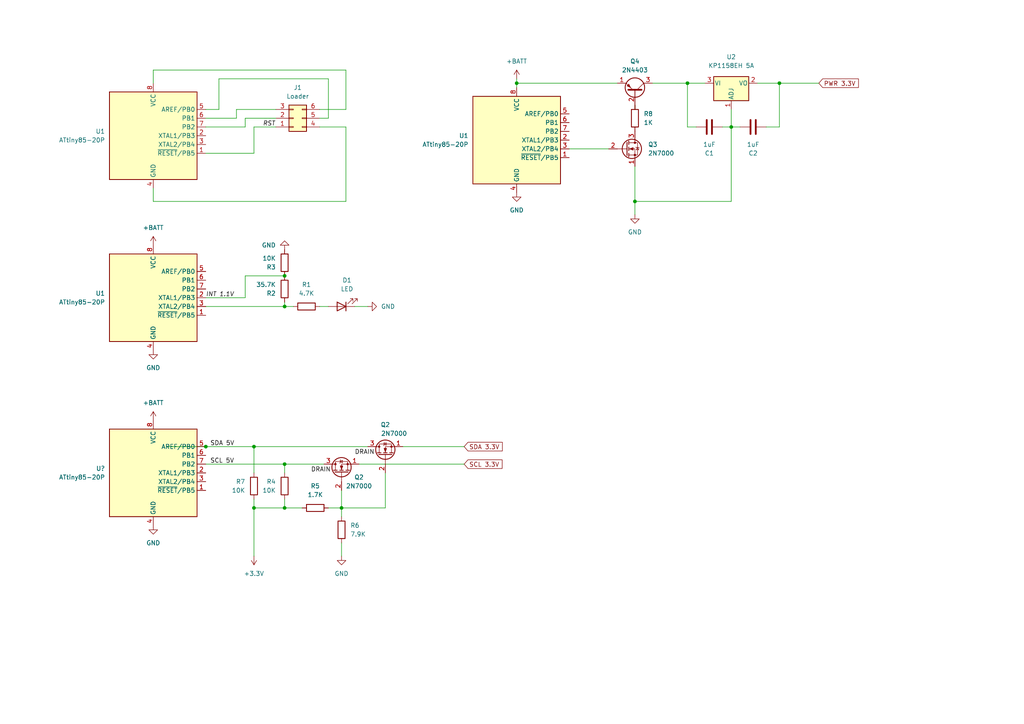
<source format=kicad_sch>
(kicad_sch (version 20211123) (generator eeschema)
  (paper "A4")
  (lib_symbols
    (symbol "Connector_Generic:Conn_02x03_Top_Bottom" (pin_names (offset 1.016) hide)
      (property "Reference" "J" (at 1.27 5.08 0))
      (property "Value" "Conn_02x03_Top_Bottom" (at 1.27 -5.08 0))
      (symbol "Conn_02x03_Top_Bottom_1_1"
        (rectangle (start -1.27 -2.413) (end 0 -2.667) (stroke (width 0.1524)))
        (rectangle (start -1.27 0.127) (end 0 -0.127) (stroke (width 0.1524)))
        (rectangle (start -1.27 2.667) (end 0 2.413) (stroke (width 0.1524)))
        (rectangle (start -1.27 3.81) (end 3.81 -3.81) (stroke (width 0.254)) (fill (type background)))
        (rectangle (start 3.81 -2.413) (end 2.54 -2.667) (stroke (width 0.1524)))
        (rectangle (start 3.81 0.127) (end 2.54 -0.127) (stroke (width 0.1524)))
        (rectangle (start 3.81 2.667) (end 2.54 2.413) (stroke (width 0.1524)))
        (pin passive line (at -5.08 2.54 0) (length 3.81) (name "Pin_1") (number "1"))
        (pin passive line (at -5.08 0 0) (length 3.81) (name "Pin_2") (number "2"))
        (pin passive line (at -5.08 -2.54 0) (length 3.81) (name "Pin_3") (number "3"))
        (pin passive line (at 7.62 2.54 180) (length 3.81) (name "Pin_4") (number "4"))
        (pin passive line (at 7.62 0 180) (length 3.81) (name "Pin_5") (number "5"))
        (pin passive line (at 7.62 -2.54 180) (length 3.81) (name "Pin_6") (number "6"))
      )
    )
    (symbol "Device:C" (pin_numbers hide) (pin_names (offset 0.254))
      (property "Reference" "C" (at 0.635 2.54 0))
      (property "Value" "C" (at 0.635 -2.54 0))
      (symbol "C_0_1"
        (polyline (pts (xy -2.032 -0.762) (xy 2.032 -0.762)) (stroke (width 0.508)))
        (polyline (pts (xy -2.032 0.762) (xy 2.032 0.762)) (stroke (width 0.508)))
      )
      (symbol "C_1_1"
        (pin passive line (at 0 3.81 270) (length 2.794) (name "~") (number "1"))
        (pin passive line (at 0 -3.81 90) (length 2.794) (name "~") (number "2"))
      )
    )
    (symbol "Device:LED" (pin_numbers hide) (pin_names (offset 1.016) hide)
      (property "Reference" "D" (at 0 2.54 0))
      (property "Value" "LED" (at 0 -2.54 0))
      (symbol "LED_0_1"
        (polyline (pts (xy -1.27 -1.27) (xy -1.27 1.27)) (stroke (width 0.254)))
        (polyline (pts (xy -1.27 0) (xy 1.27 0)))
        (polyline (pts (xy 1.27 -1.27) (xy 1.27 1.27) (xy -1.27 0) (xy 1.27 -1.27)) (stroke (width 0.254)))
        (polyline (pts (xy -3.048 -0.762) (xy -4.572 -2.286) (xy -3.81 -2.286) (xy -4.572 -2.286) (xy -4.572 -1.524)))
        (polyline (pts (xy -1.778 -0.762) (xy -3.302 -2.286) (xy -2.54 -2.286) (xy -3.302 -2.286) (xy -3.302 -1.524)))
      )
      (symbol "LED_1_1"
        (pin passive line (at -3.81 0 0) (length 2.54) (name "K") (number "1"))
        (pin passive line (at 3.81 0 180) (length 2.54) (name "A") (number "2"))
      )
    )
    (symbol "Device:R" (pin_numbers hide) (pin_names (offset 0))
      (property "Reference" "R" (at 2.032 0 90))
      (property "Value" "R" (at 0 0 90))
      (symbol "R_0_1"
        (rectangle (start -1.016 -2.54) (end 1.016 2.54) (stroke (width 0.254)))
      )
      (symbol "R_1_1"
        (pin passive line (at 0 3.81 270) (length 1.27) (name "~") (number "1"))
        (pin passive line (at 0 -3.81 90) (length 1.27) (name "~") (number "2"))
      )
    )
    (symbol "MCU_Microchip_ATtiny:ATtiny85-20P"
      (property "Reference" "U" (at -12.7 13.97 0))
      (property "Value" "ATtiny85-20P" (at 2.54 -13.97 0))
      (symbol "ATtiny85-20P_0_1"
        (rectangle (start -12.7 -12.7) (end 12.7 12.7) (stroke (width 0.254)) (fill (type background)))
      )
      (symbol "ATtiny85-20P_1_1"
        (pin bidirectional line (at 15.24 -5.08 180) (length 2.54) (name "~{RESET}/PB5") (number "1"))
        (pin bidirectional line (at 15.24 0 180) (length 2.54) (name "XTAL1/PB3") (number "2"))
        (pin bidirectional line (at 15.24 -2.54 180) (length 2.54) (name "XTAL2/PB4") (number "3"))
        (pin power_in line (at 0 -15.24 90) (length 2.54) (name "GND") (number "4"))
        (pin bidirectional line (at 15.24 7.62 180) (length 2.54) (name "AREF/PB0") (number "5"))
        (pin bidirectional line (at 15.24 5.08 180) (length 2.54) (name "PB1") (number "6"))
        (pin bidirectional line (at 15.24 2.54 180) (length 2.54) (name "PB2") (number "7"))
        (pin power_in line (at 0 15.24 270) (length 2.54) (name "VCC") (number "8"))
      )
    )
    (symbol "Regulator_Linear:LM317L_TO92" (pin_names (offset 0.254))
      (property "Reference" "U" (at -3.81 3.175 0))
      (property "Value" "LM317L_TO92" (at 0 3.175 0))
      (symbol "LM317L_TO92_0_1"
        (rectangle (start -5.08 1.905) (end 5.08 -5.08) (stroke (width 0.254)) (fill (type background)))
      )
      (symbol "LM317L_TO92_1_1"
        (pin input line (at 0 -7.62 90) (length 2.54) (name "ADJ") (number "1"))
        (pin power_out line (at 7.62 0 180) (length 2.54) (name "VO") (number "2"))
        (pin power_in line (at -7.62 0 0) (length 2.54) (name "VI") (number "3"))
      )
    )
    (symbol "Transistor_BJT:2N3906" (pin_names (offset 0) hide)
      (property "Reference" "Q" (at 5.08 1.905 0))
      (property "Value" "2N3906" (at 5.08 0 0))
      (symbol "2N3906_0_1"
        (polyline (pts (xy 0.635 0.635) (xy 2.54 2.54)))
        (polyline (pts (xy 0.635 -0.635) (xy 2.54 -2.54) (xy 2.54 -2.54)))
        (polyline (pts (xy 0.635 1.905) (xy 0.635 -1.905) (xy 0.635 -1.905)) (stroke (width 0.508)))
        (polyline (pts (xy 2.286 -1.778) (xy 1.778 -2.286) (xy 1.27 -1.27) (xy 2.286 -1.778) (xy 2.286 -1.778)) (fill (type outline)))
        (circle (center 1.27 0) (radius 2.8194) (stroke (width 0.254)))
      )
      (symbol "2N3906_1_1"
        (pin passive line (at 2.54 -5.08 90) (length 2.54) (name "E") (number "1"))
        (pin input line (at -5.08 0 0) (length 5.715) (name "B") (number "2"))
        (pin passive line (at 2.54 5.08 270) (length 2.54) (name "C") (number "3"))
      )
    )
    (symbol "Transistor_FET:2N7000" (pin_names hide)
      (property "Reference" "Q" (at 5.08 1.905 0))
      (property "Value" "2N7000" (at 5.08 0 0))
      (symbol "2N7000_0_1"
        (polyline (pts (xy 0.254 0) (xy -2.54 0)))
        (polyline (pts (xy 0.254 1.905) (xy 0.254 -1.905)) (stroke (width 0.254)))
        (polyline (pts (xy 0.762 -1.27) (xy 0.762 -2.286)) (stroke (width 0.254)))
        (polyline (pts (xy 0.762 0.508) (xy 0.762 -0.508)) (stroke (width 0.254)))
        (polyline (pts (xy 0.762 2.286) (xy 0.762 1.27)) (stroke (width 0.254)))
        (polyline (pts (xy 2.54 2.54) (xy 2.54 1.778)))
        (polyline (pts (xy 2.54 -2.54) (xy 2.54 0) (xy 0.762 0)))
        (polyline (pts (xy 0.762 -1.778) (xy 3.302 -1.778) (xy 3.302 1.778) (xy 0.762 1.778)))
        (polyline (pts (xy 1.016 0) (xy 2.032 0.381) (xy 2.032 -0.381) (xy 1.016 0)) (fill (type outline)))
        (polyline (pts (xy 2.794 0.508) (xy 2.921 0.381) (xy 3.683 0.381) (xy 3.81 0.254)))
        (polyline (pts (xy 3.302 0.381) (xy 2.921 -0.254) (xy 3.683 -0.254) (xy 3.302 0.381)))
        (circle (center 1.651 0) (radius 2.794) (stroke (width 0.254)))
        (circle (center 2.54 -1.778) (radius 0.254) (fill (type outline)))
        (circle (center 2.54 1.778) (radius 0.254) (fill (type outline)))
      )
      (symbol "2N7000_1_1"
        (pin passive line (at 2.54 -5.08 90) (length 2.54) (name "S") (number "1"))
        (pin input line (at -5.08 0 0) (length 2.54) (name "G") (number "2"))
        (pin passive line (at 2.54 5.08 270) (length 2.54) (name "D") (number "3"))
      )
    )
    (symbol "power:+3.3V" (power) (pin_names (offset 0))
      (property "Value" "+3.3V" (at 0 3.556 0))
      (symbol "+3.3V_0_1"
        (polyline (pts (xy -0.762 1.27) (xy 0 2.54)))
        (polyline (pts (xy 0 0) (xy 0 2.54)))
        (polyline (pts (xy 0 2.54) (xy 0.762 1.27)))
      )
      (symbol "+3.3V_1_1"
        (pin power_in line (at 0 0 90) (length 0) hide (name "+3.3V") (number "1"))
      )
    )
    (symbol "power:+BATT" (power) (pin_names (offset 0))
      (property "Value" "+BATT" (at 0 3.556 0))
      (symbol "+BATT_0_1"
        (polyline (pts (xy -0.762 1.27) (xy 0 2.54)))
        (polyline (pts (xy 0 0) (xy 0 2.54)))
        (polyline (pts (xy 0 2.54) (xy 0.762 1.27)))
      )
      (symbol "+BATT_1_1"
        (pin power_in line (at 0 0 90) (length 0) hide (name "+BATT") (number "1"))
      )
    )
    (symbol "power:GND" (power) (pin_names (offset 0))
      (property "Value" "GND" (at 0 -3.81 0))
      (symbol "GND_0_1"
        (polyline (pts (xy 0 0) (xy 0 -1.27) (xy 1.27 -1.27) (xy 0 -2.54) (xy -1.27 -1.27) (xy 0 -1.27)))
      )
      (symbol "GND_1_1"
        (pin power_in line (at 0 0 270) (length 0) hide (name "GND") (number "1"))
      )
    )
  )
  (junction (at 82.55 134.62))
  (junction (at 59.69 129.54))
  (junction (at 184.15 58.42))
  (junction (at 99.06 147.32))
  (junction (at 149.86 24.13))
  (junction (at 199.39 24.13))
  (junction (at 82.55 147.32))
  (junction (at 82.55 88.9))
  (junction (at 226.06 24.13))
  (junction (at 82.55 80.01))
  (junction (at 73.66 129.54))
  (junction (at 73.66 147.32))
  (junction (at 212.09 36.83))
  (wire (pts (xy 59.69 86.36) (xy 71.12 86.36)))
  (wire (pts (xy 92.71 31.75) (xy 100.33 31.75)))
  (wire (pts (xy 226.06 24.13) (xy 237.49 24.13)))
  (wire (pts (xy 165.1 43.18) (xy 176.53 43.18)))
  (wire (pts (xy 212.09 31.75) (xy 212.09 36.83)))
  (wire (pts (xy 95.25 34.29) (xy 95.25 22.86)))
  (wire (pts (xy 222.25 36.83) (xy 226.06 36.83)))
  (wire (pts (xy 184.15 30.48) (xy 184.15 31.75)))
  (wire (pts (xy 100.33 58.42) (xy 44.45 58.42)))
  (wire (pts (xy 82.55 137.16) (xy 82.55 134.62)))
  (wire (pts (xy 149.86 22.86) (xy 149.86 24.13)))
  (wire (pts (xy 184.15 58.42) (xy 184.15 62.23)))
  (wire (pts (xy 73.66 147.32) (xy 73.66 144.78)))
  (wire (pts (xy 82.55 88.9) (xy 85.09 88.9)))
  (wire (pts (xy 100.33 36.83) (xy 100.33 58.42)))
  (wire (pts (xy 73.66 161.29) (xy 73.66 147.32)))
  (wire (pts (xy 149.86 24.13) (xy 149.86 25.4)))
  (wire (pts (xy 73.66 129.54) (xy 73.66 137.16)))
  (wire (pts (xy 71.12 86.36) (xy 71.12 80.01)))
  (wire (pts (xy 48.26 129.54) (xy 59.69 129.54)))
  (wire (pts (xy 102.87 88.9) (xy 106.68 88.9)))
  (wire (pts (xy 71.12 34.29) (xy 71.12 36.83)))
  (wire (pts (xy 209.55 36.83) (xy 212.09 36.83)))
  (wire (pts (xy 44.45 58.42) (xy 44.45 54.61)))
  (wire (pts (xy 99.06 147.32) (xy 99.06 142.24)))
  (wire (pts (xy 73.66 147.32) (xy 82.55 147.32)))
  (wire (pts (xy 71.12 34.29) (xy 80.01 34.29)))
  (wire (pts (xy 59.69 34.29) (xy 68.58 34.29)))
  (wire (pts (xy 82.55 147.32) (xy 82.55 144.78)))
  (wire (pts (xy 80.01 36.83) (xy 73.66 36.83)))
  (wire (pts (xy 80.01 31.75) (xy 68.58 31.75)))
  (wire (pts (xy 92.71 36.83) (xy 100.33 36.83)))
  (wire (pts (xy 184.15 58.42) (xy 212.09 58.42)))
  (wire (pts (xy 99.06 147.32) (xy 111.76 147.32)))
  (wire (pts (xy 68.58 31.75) (xy 68.58 34.29)))
  (wire (pts (xy 189.23 24.13) (xy 199.39 24.13)))
  (wire (pts (xy 71.12 36.83) (xy 59.69 36.83)))
  (wire (pts (xy 149.86 24.13) (xy 179.07 24.13)))
  (wire (pts (xy 201.93 36.83) (xy 199.39 36.83)))
  (wire (pts (xy 82.55 147.32) (xy 87.63 147.32)))
  (wire (pts (xy 92.71 34.29) (xy 95.25 34.29)))
  (wire (pts (xy 219.71 24.13) (xy 226.06 24.13)))
  (wire (pts (xy 226.06 24.13) (xy 226.06 36.83)))
  (wire (pts (xy 59.69 134.62) (xy 82.55 134.62)))
  (wire (pts (xy 212.09 36.83) (xy 212.09 58.42)))
  (wire (pts (xy 212.09 36.83) (xy 214.63 36.83)))
  (wire (pts (xy 100.33 20.32) (xy 44.45 20.32)))
  (wire (pts (xy 44.45 20.32) (xy 44.45 24.13)))
  (wire (pts (xy 99.06 161.29) (xy 99.06 157.48)))
  (wire (pts (xy 199.39 24.13) (xy 204.47 24.13)))
  (wire (pts (xy 63.5 22.86) (xy 63.5 31.75)))
  (wire (pts (xy 59.69 129.54) (xy 73.66 129.54)))
  (wire (pts (xy 82.55 134.62) (xy 93.98 134.62)))
  (wire (pts (xy 199.39 36.83) (xy 199.39 24.13)))
  (wire (pts (xy 134.62 129.54) (xy 116.84 129.54)))
  (wire (pts (xy 95.25 22.86) (xy 63.5 22.86)))
  (wire (pts (xy 99.06 149.86) (xy 99.06 147.32)))
  (wire (pts (xy 92.71 88.9) (xy 95.25 88.9)))
  (wire (pts (xy 111.76 137.16) (xy 111.76 147.32)))
  (wire (pts (xy 73.66 36.83) (xy 73.66 44.45)))
  (wire (pts (xy 71.12 80.01) (xy 82.55 80.01)))
  (wire (pts (xy 95.25 147.32) (xy 99.06 147.32)))
  (wire (pts (xy 63.5 31.75) (xy 59.69 31.75)))
  (wire (pts (xy 73.66 44.45) (xy 59.69 44.45)))
  (wire (pts (xy 184.15 48.26) (xy 184.15 58.42)))
  (wire (pts (xy 134.62 134.62) (xy 104.14 134.62)))
  (wire (pts (xy 59.69 88.9) (xy 82.55 88.9)))
  (wire (pts (xy 82.55 87.63) (xy 82.55 88.9)))
  (wire (pts (xy 73.66 129.54) (xy 106.68 129.54)))
  (wire (pts (xy 100.33 31.75) (xy 100.33 20.32)))
  (label "DRAIN" (at 90.17 137.16 0))
  (label "SCL 5V" (at 60.96 134.62 0))
  (label "RST" (at 76.2 36.83 0) (effects (font italic)))
  (label "SDA 5V" (at 60.96 129.54 0))
  (label "INT 1.1V" (at 59.69 86.36 0) (effects (font italic)))
  (label "DRAIN" (at 102.87 132.08 0))
  (global_label "SCL 3.3V" (shape input) (at 134.62 134.62 0) (property "Intersheet References" "${INTERSHEET_REFS}" (effects hide)))
  (global_label "SDA 3.3V" (shape input) (at 134.62 129.54 0) (property "Intersheet References" "${INTERSHEET_REFS}" (effects hide)))
  (global_label "PWR 3.3V" (shape input) (at 237.49 24.13 0) (property "Intersheet References" "${INTERSHEET_REFS}" (effects hide)))
  (symbol (lib_id "MCU_Microchip_ATtiny:ATtiny85-20P") (at 44.45 137.16 0) (unit 1)
    (property "Reference" "U?" (at 30.48 135.8899 0) (effects (justify right)))
    (property "Value" "ATtiny85-20P" (at 30.48 138.4299 0) (effects (justify right)))
    (property "Footprint" "Package_DIP:DIP-8_W7.62mm" (effects hide))
    (property "Datasheet" "http://ww1.microchip.com/downloads/en/DeviceDoc/atmel-2586-avr-8-bit-microcontroller-attiny25-attiny45-attiny85_datasheet.pdf" (effects hide))
  )
  (symbol (lib_id "Device:R") (at 184.15 34.29 180) (unit 1)
    (property "Reference" "R8" (at 186.69 33.0199 0) (effects (justify right)))
    (property "Value" "1K" (at 186.69 35.5599 0) (effects (justify right)))
  )
  (symbol (lib_id "power:+BATT") (at 149.86 22.86 0) (unit 1)
    (property "Reference" "#PWR?" (effects hide))
    (property "Value" "+BATT" (at 149.86 17.78 0))
  )
  (symbol (lib_id "Transistor_FET:2N7000") (at 111.76 132.08 90) (unit 1)
    (property "Reference" "Q2" (at 111.76 123.19 90))
    (property "Value" "2N7000" (at 114.3 125.73 90))
    (property "Footprint" "Package_TO_SOT_THT:TO-92_Inline" (effects hide))
    (property "Datasheet" "https://www.vishay.com/docs/70226/70226.pdf" (effects hide))
  )
  (symbol (lib_id "Device:C") (at 205.74 36.83 90) (mirror x) (unit 1)
    (property "Reference" "C1" (at 205.74 44.45 90))
    (property "Value" "1uF" (at 205.74 41.91 90))
  )
  (symbol (lib_id "power:GND") (at 44.45 152.4 0) (unit 1)
    (property "Reference" "#PWR?" (effects hide))
    (property "Value" "GND" (at 44.45 157.48 0))
  )
  (symbol (lib_id "power:+3.3V") (at 73.66 161.29 180) (unit 1)
    (property "Reference" "#PWR?" (effects hide))
    (property "Value" "+3.3V" (at 73.66 166.37 0))
  )
  (symbol (lib_id "power:GND") (at 82.55 72.39 180) (unit 1)
    (property "Reference" "#PWR?" (effects hide))
    (property "Value" "GND" (at 80.01 71.1201 0) (effects (justify left)))
  )
  (symbol (lib_id "Device:R") (at 88.9 88.9 270) (unit 1)
    (property "Reference" "R1" (at 88.9 82.55 90))
    (property "Value" "4.7K" (at 88.9 85.09 90))
  )
  (symbol (lib_id "power:GND") (at 184.15 62.23 0) (unit 1)
    (property "Reference" "#PWR?" (effects hide))
    (property "Value" "GND" (at 184.15 67.31 0))
  )
  (symbol (lib_id "power:+BATT") (at 44.45 121.92 0) (unit 1)
    (property "Reference" "#PWR?" (effects hide))
    (property "Value" "+BATT" (at 44.45 116.84 0))
  )
  (symbol (lib_id "Device:R") (at 91.44 147.32 90) (unit 1)
    (property "Reference" "R5" (at 91.44 140.97 90))
    (property "Value" "1.7K" (at 91.44 143.51 90))
  )
  (symbol (lib_id "Device:R") (at 99.06 153.67 0) (unit 1)
    (property "Reference" "R6" (at 101.6 152.3999 0) (effects (justify left)))
    (property "Value" "7.9K" (at 101.6 154.9399 0) (effects (justify left)))
  )
  (symbol (lib_id "power:GND") (at 44.45 101.6 0) (unit 1)
    (property "Reference" "#PWR?" (effects hide))
    (property "Value" "GND" (at 44.45 106.68 0))
  )
  (symbol (lib_id "power:GND") (at 149.86 55.88 0) (unit 1)
    (property "Reference" "#PWR?" (effects hide))
    (property "Value" "GND" (at 149.86 60.96 0))
  )
  (symbol (lib_id "MCU_Microchip_ATtiny:ATtiny85-20P") (at 44.45 39.37 0) (unit 1)
    (property "Reference" "U1" (at 30.48 38.0999 0) (effects (justify right)))
    (property "Value" "ATtiny85-20P" (at 30.48 40.6399 0) (effects (justify right)))
    (property "Footprint" "Package_DIP:DIP-8_W7.62mm" (effects hide))
    (property "Datasheet" "http://ww1.microchip.com/downloads/en/DeviceDoc/atmel-2586-avr-8-bit-microcontroller-attiny25-attiny45-attiny85_datasheet.pdf" (effects hide))
  )
  (symbol (lib_id "Transistor_FET:2N7000") (at 99.06 137.16 90) (unit 1)
    (property "Reference" "Q2" (at 104.14 138.43 90))
    (property "Value" "2N7000" (at 104.14 140.97 90))
    (property "Footprint" "Package_TO_SOT_THT:TO-92_Inline" (effects hide))
    (property "Datasheet" "https://www.vishay.com/docs/70226/70226.pdf" (effects hide))
  )
  (symbol (lib_id "MCU_Microchip_ATtiny:ATtiny85-20P") (at 149.86 40.64 0) (unit 1)
    (property "Reference" "U1" (at 135.89 39.3699 0) (effects (justify right)))
    (property "Value" "ATtiny85-20P" (at 135.89 41.9099 0) (effects (justify right)))
    (property "Footprint" "Package_DIP:DIP-8_W7.62mm" (effects hide))
    (property "Datasheet" "http://ww1.microchip.com/downloads/en/DeviceDoc/atmel-2586-avr-8-bit-microcontroller-attiny25-attiny45-attiny85_datasheet.pdf" (effects hide))
  )
  (symbol (lib_id "MCU_Microchip_ATtiny:ATtiny85-20P") (at 44.45 86.36 0) (unit 1)
    (property "Reference" "U1" (at 30.48 85.0899 0) (effects (justify right)))
    (property "Value" "ATtiny85-20P" (at 30.48 87.6299 0) (effects (justify right)))
    (property "Footprint" "Package_DIP:DIP-8_W7.62mm" (effects hide))
    (property "Datasheet" "http://ww1.microchip.com/downloads/en/DeviceDoc/atmel-2586-avr-8-bit-microcontroller-attiny25-attiny45-attiny85_datasheet.pdf" (effects hide))
  )
  (symbol (lib_id "Connector_Generic:Conn_02x03_Top_Bottom") (at 85.09 34.29 0) (mirror x) (unit 1)
    (property "Reference" "J1" (at 86.36 25.4 0))
    (property "Value" "Loader" (at 86.36 27.94 0))
  )
  (symbol (lib_id "Device:R") (at 82.55 140.97 0) (mirror x) (unit 1)
    (property "Reference" "R4" (at 80.01 139.6999 0) (effects (justify right)))
    (property "Value" "10K" (at 80.01 142.2399 0) (effects (justify right)))
  )
  (symbol (lib_id "Regulator_Linear:LM317L_TO92") (at 212.09 24.13 0) (unit 1)
    (property "Reference" "U2" (at 212.09 16.51 0))
    (property "Value" "KP1158EH 5A" (at 212.09 19.05 0))
    (property "Footprint" "Package_TO_SOT_THT:TO-92_Inline" (effects hide))
    (property "Datasheet" "http://www.ti.com/lit/ds/snvs775k/snvs775k.pdf" (effects hide))
  )
  (symbol (lib_id "Transistor_BJT:2N3906") (at 184.15 26.67 270) (mirror x) (unit 1)
    (property "Reference" "Q4" (at 184.15 17.78 90))
    (property "Value" "2N4403" (at 184.15 20.32 90))
    (property "Footprint" "Package_TO_SOT_THT:TO-92_Inline" (effects hide))
    (property "Datasheet" "https://www.onsemi.com/pub/Collateral/2N3906-D.PDF" (effects hide))
  )
  (symbol (lib_id "Device:C") (at 218.44 36.83 90) (mirror x) (unit 1)
    (property "Reference" "C2" (at 218.44 44.45 90))
    (property "Value" "1uF" (at 218.44 41.91 90))
  )
  (symbol (lib_id "Device:R") (at 82.55 83.82 180) (unit 1)
    (property "Reference" "R2" (at 80.01 85.0901 0) (effects (justify left)))
    (property "Value" "35.7K" (at 80.01 82.5501 0) (effects (justify left)))
  )
  (symbol (lib_id "Transistor_FET:2N7000") (at 181.61 43.18 0) (unit 1)
    (property "Reference" "Q3" (at 187.96 41.9099 0) (effects (justify left)))
    (property "Value" "2N7000" (at 187.96 44.4499 0) (effects (justify left)))
    (property "Footprint" "Package_TO_SOT_THT:TO-92_Inline" (effects hide))
    (property "Datasheet" "https://www.vishay.com/docs/70226/70226.pdf" (effects hide))
  )
  (symbol (lib_id "power:GND") (at 106.68 88.9 90) (unit 1)
    (property "Reference" "#PWR?" (effects hide))
    (property "Value" "GND" (at 110.49 88.8999 90) (effects (justify right)))
  )
  (symbol (lib_id "Device:R") (at 82.55 76.2 180) (unit 1)
    (property "Reference" "R3" (at 80.01 77.4701 0) (effects (justify left)))
    (property "Value" "10K" (at 80.01 74.9301 0) (effects (justify left)))
  )
  (symbol (lib_id "power:+BATT") (at 44.45 71.12 0) (unit 1)
    (property "Reference" "#PWR?" (effects hide))
    (property "Value" "+BATT" (at 44.45 66.04 0))
  )
  (symbol (lib_id "Device:R") (at 73.66 140.97 0) (mirror x) (unit 1)
    (property "Reference" "R7" (at 71.12 139.6999 0) (effects (justify right)))
    (property "Value" "10K" (at 71.12 142.2399 0) (effects (justify right)))
  )
  (symbol (lib_id "Device:LED") (at 99.06 88.9 180) (unit 1)
    (property "Reference" "D1" (at 100.6475 81.28 0))
    (property "Value" "LED" (at 100.6475 83.82 0))
  )
  (symbol (lib_id "power:GND") (at 99.06 161.29 0) (unit 1)
    (property "Reference" "#PWR?" (effects hide))
    (property "Value" "GND" (at 99.06 166.37 0))
  )
)
</source>
